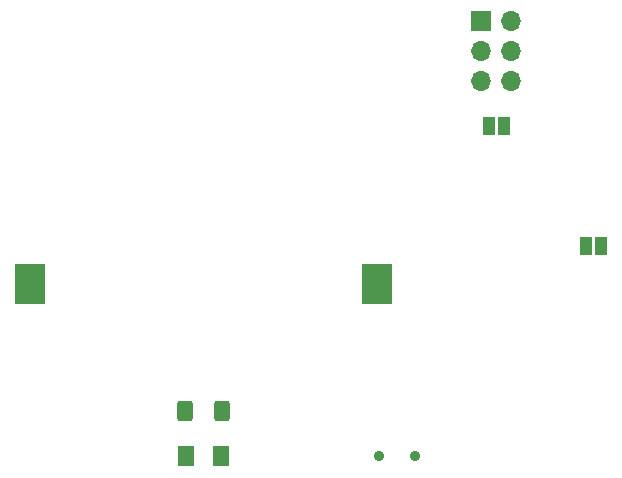
<source format=gbr>
%TF.GenerationSoftware,KiCad,Pcbnew,(6.0.0)*%
%TF.CreationDate,2022-05-08T17:08:30-04:00*%
%TF.ProjectId,QR_ATTINY3217,51525f41-5454-4494-9e59-333231372e6b,rev?*%
%TF.SameCoordinates,Original*%
%TF.FileFunction,Soldermask,Bot*%
%TF.FilePolarity,Negative*%
%FSLAX46Y46*%
G04 Gerber Fmt 4.6, Leading zero omitted, Abs format (unit mm)*
G04 Created by KiCad (PCBNEW (6.0.0)) date 2022-05-08 17:08:30*
%MOMM*%
%LPD*%
G01*
G04 APERTURE LIST*
G04 Aperture macros list*
%AMRoundRect*
0 Rectangle with rounded corners*
0 $1 Rounding radius*
0 $2 $3 $4 $5 $6 $7 $8 $9 X,Y pos of 4 corners*
0 Add a 4 corners polygon primitive as box body*
4,1,4,$2,$3,$4,$5,$6,$7,$8,$9,$2,$3,0*
0 Add four circle primitives for the rounded corners*
1,1,$1+$1,$2,$3*
1,1,$1+$1,$4,$5*
1,1,$1+$1,$6,$7*
1,1,$1+$1,$8,$9*
0 Add four rect primitives between the rounded corners*
20,1,$1+$1,$2,$3,$4,$5,0*
20,1,$1+$1,$4,$5,$6,$7,0*
20,1,$1+$1,$6,$7,$8,$9,0*
20,1,$1+$1,$8,$9,$2,$3,0*%
G04 Aperture macros list end*
%ADD10R,1.000000X1.500000*%
%ADD11R,1.700000X1.700000*%
%ADD12O,1.700000X1.700000*%
%ADD13C,0.900000*%
%ADD14RoundRect,0.250000X-0.400000X-0.625000X0.400000X-0.625000X0.400000X0.625000X-0.400000X0.625000X0*%
%ADD15RoundRect,0.250001X0.462499X0.624999X-0.462499X0.624999X-0.462499X-0.624999X0.462499X-0.624999X0*%
%ADD16R,2.600000X3.500000*%
G04 APERTURE END LIST*
D10*
%TO.C,JP1*%
X179720000Y-107950000D03*
X178420000Y-107950000D03*
%TD*%
%TO.C,JP2*%
X170165000Y-97790000D03*
X171465000Y-97790000D03*
%TD*%
D11*
%TO.C,J1*%
X169545000Y-88900000D03*
D12*
X172085000Y-88900000D03*
X169545000Y-91440000D03*
X172085000Y-91440000D03*
X169545000Y-93980000D03*
X172085000Y-93980000D03*
%TD*%
D13*
%TO.C,S1*%
X160900000Y-125700000D03*
X163900000Y-125700000D03*
%TD*%
D14*
%TO.C,R6*%
X144500000Y-121920000D03*
X147600000Y-121920000D03*
%TD*%
D15*
%TO.C,D5*%
X147537500Y-125730000D03*
X144562500Y-125730000D03*
%TD*%
D16*
%TO.C,BT1*%
X131350000Y-111125000D03*
X160750000Y-111125000D03*
%TD*%
M02*

</source>
